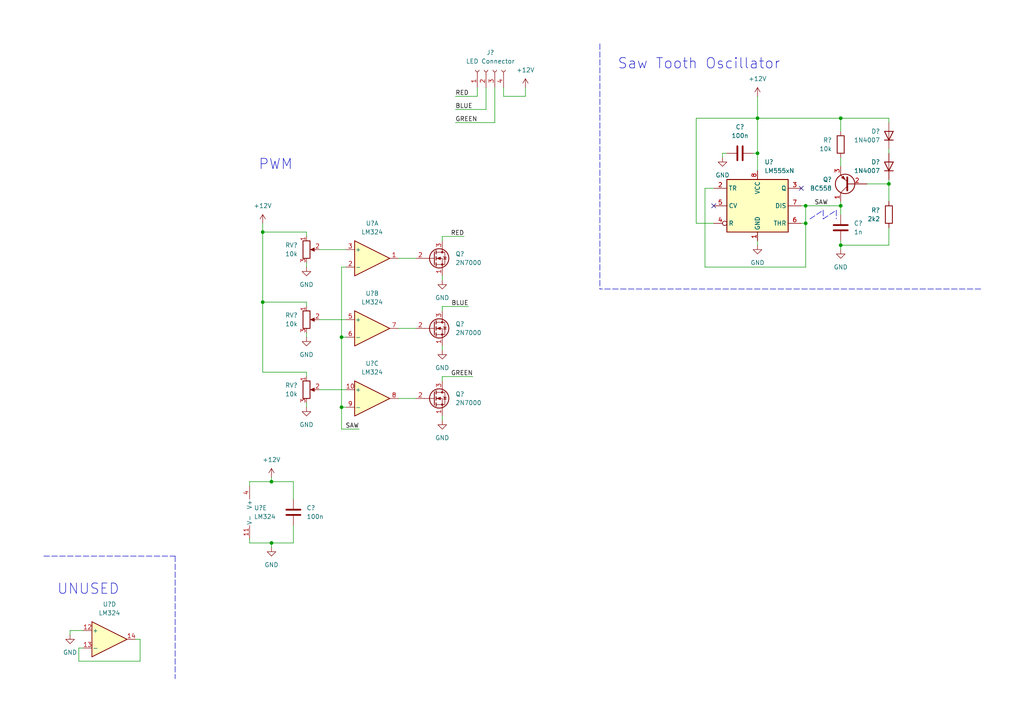
<source format=kicad_sch>
(kicad_sch (version 20211123) (generator eeschema)
  (paper "A4")
  (title_block (title "Analogue RGB LED Driver") (rev "V1"))
  (lib_symbols
    (symbol "Amplifier_Operational:LM324" (pin_names (offset 0.127))
      (property "Reference" "U" (at 0 5.08 0))
      (property "Value" "LM324" (at 0 -5.08 0))
      (symbol "LM324_1_1"
        (polyline (pts (xy -5.08 5.08) (xy 5.08 0) (xy -5.08 -5.08) (xy -5.08 5.08)) (stroke (width 0.254)) (fill (type background)))
        (pin output line (at 7.62 0 180) (length 2.54) (name "~") (number "1"))
        (pin input line (at -7.62 -2.54 0) (length 2.54) (name "-") (number "2"))
        (pin input line (at -7.62 2.54 0) (length 2.54) (name "+") (number "3"))
      )
      (symbol "LM324_2_1"
        (polyline (pts (xy -5.08 5.08) (xy 5.08 0) (xy -5.08 -5.08) (xy -5.08 5.08)) (stroke (width 0.254)) (fill (type background)))
        (pin input line (at -7.62 2.54 0) (length 2.54) (name "+") (number "5"))
        (pin input line (at -7.62 -2.54 0) (length 2.54) (name "-") (number "6"))
        (pin output line (at 7.62 0 180) (length 2.54) (name "~") (number "7"))
      )
      (symbol "LM324_3_1"
        (polyline (pts (xy -5.08 5.08) (xy 5.08 0) (xy -5.08 -5.08) (xy -5.08 5.08)) (stroke (width 0.254)) (fill (type background)))
        (pin input line (at -7.62 2.54 0) (length 2.54) (name "+") (number "10"))
        (pin output line (at 7.62 0 180) (length 2.54) (name "~") (number "8"))
        (pin input line (at -7.62 -2.54 0) (length 2.54) (name "-") (number "9"))
      )
      (symbol "LM324_4_1"
        (polyline (pts (xy -5.08 5.08) (xy 5.08 0) (xy -5.08 -5.08) (xy -5.08 5.08)) (stroke (width 0.254)) (fill (type background)))
        (pin input line (at -7.62 2.54 0) (length 2.54) (name "+") (number "12"))
        (pin input line (at -7.62 -2.54 0) (length 2.54) (name "-") (number "13"))
        (pin output line (at 7.62 0 180) (length 2.54) (name "~") (number "14"))
      )
      (symbol "LM324_5_1"
        (pin power_in line (at -2.54 -7.62 90) (length 3.81) (name "V-") (number "11"))
        (pin power_in line (at -2.54 7.62 270) (length 3.81) (name "V+") (number "4"))
      )
    )
    (symbol "Connector:Conn_01x04_Female" (pin_names (offset 1.016) hide)
      (property "Reference" "J" (at 0 5.08 0))
      (property "Value" "Conn_01x04_Female" (at 0 -7.62 0))
      (symbol "Conn_01x04_Female_1_1"
        (arc (start 0 -4.572) (mid -0.508 -5.08) (end 0 -5.588) (stroke (width 0.1524)))
        (arc (start 0 -2.032) (mid -0.508 -2.54) (end 0 -3.048) (stroke (width 0.1524)))
        (polyline (pts (xy -1.27 -5.08) (xy -0.508 -5.08)) (stroke (width 0.1524)))
        (polyline (pts (xy -1.27 -2.54) (xy -0.508 -2.54)) (stroke (width 0.1524)))
        (polyline (pts (xy -1.27 0) (xy -0.508 0)) (stroke (width 0.1524)))
        (polyline (pts (xy -1.27 2.54) (xy -0.508 2.54)) (stroke (width 0.1524)))
        (arc (start 0 0.508) (mid -0.508 0) (end 0 -0.508) (stroke (width 0.1524)))
        (arc (start 0 3.048) (mid -0.508 2.54) (end 0 2.032) (stroke (width 0.1524)))
        (pin passive line (at -5.08 2.54 0) (length 3.81) (name "Pin_1") (number "1"))
        (pin passive line (at -5.08 0 0) (length 3.81) (name "Pin_2") (number "2"))
        (pin passive line (at -5.08 -2.54 0) (length 3.81) (name "Pin_3") (number "3"))
        (pin passive line (at -5.08 -5.08 0) (length 3.81) (name "Pin_4") (number "4"))
      )
    )
    (symbol "Device:C" (pin_numbers hide) (pin_names (offset 0.254))
      (property "Reference" "C" (at 0.635 2.54 0))
      (property "Value" "C" (at 0.635 -2.54 0))
      (symbol "C_0_1"
        (polyline (pts (xy -2.032 -0.762) (xy 2.032 -0.762)) (stroke (width 0.508)))
        (polyline (pts (xy -2.032 0.762) (xy 2.032 0.762)) (stroke (width 0.508)))
      )
      (symbol "C_1_1"
        (pin passive line (at 0 3.81 270) (length 2.794) (name "~") (number "1"))
        (pin passive line (at 0 -3.81 90) (length 2.794) (name "~") (number "2"))
      )
    )
    (symbol "Device:R" (pin_numbers hide) (pin_names (offset 0))
      (property "Reference" "R" (at 2.032 0 90))
      (property "Value" "R" (at 0 0 90))
      (symbol "R_0_1"
        (rectangle (start -1.016 -2.54) (end 1.016 2.54) (stroke (width 0.254)))
      )
      (symbol "R_1_1"
        (pin passive line (at 0 3.81 270) (length 1.27) (name "~") (number "1"))
        (pin passive line (at 0 -3.81 90) (length 1.27) (name "~") (number "2"))
      )
    )
    (symbol "Device:R_Potentiometer" (pin_names (offset 1.016) hide)
      (property "Reference" "RV" (at -4.445 0 90))
      (property "Value" "R_Potentiometer" (at -2.54 0 90))
      (symbol "R_Potentiometer_0_1"
        (polyline (pts (xy 2.54 0) (xy 1.524 0)))
        (polyline (pts (xy 1.143 0) (xy 2.286 0.508) (xy 2.286 -0.508) (xy 1.143 0)) (fill (type outline)))
        (rectangle (start 1.016 2.54) (end -1.016 -2.54) (stroke (width 0.254)))
      )
      (symbol "R_Potentiometer_1_1"
        (pin passive line (at 0 3.81 270) (length 1.27) (name "1") (number "1"))
        (pin passive line (at 3.81 0 180) (length 1.27) (name "2") (number "2"))
        (pin passive line (at 0 -3.81 90) (length 1.27) (name "3") (number "3"))
      )
    )
    (symbol "Diode:1N4007" (pin_numbers hide) (pin_names (offset 1.016) hide)
      (property "Reference" "D" (at 0 2.54 0))
      (property "Value" "1N4007" (at 0 -2.54 0))
      (symbol "1N4007_0_1"
        (polyline (pts (xy -1.27 1.27) (xy -1.27 -1.27)) (stroke (width 0.254)))
        (polyline (pts (xy 1.27 0) (xy -1.27 0)))
        (polyline (pts (xy 1.27 1.27) (xy 1.27 -1.27) (xy -1.27 0) (xy 1.27 1.27)) (stroke (width 0.254)))
      )
      (symbol "1N4007_1_1"
        (pin passive line (at -3.81 0 0) (length 2.54) (name "K") (number "1"))
        (pin passive line (at 3.81 0 180) (length 2.54) (name "A") (number "2"))
      )
    )
    (symbol "Timer:LM555xN"
      (property "Reference" "U" (at -10.16 8.89 0))
      (property "Value" "LM555xN" (at 2.54 8.89 0))
      (symbol "LM555xN_0_0"
        (pin power_in line (at 0 -10.16 90) (length 2.54) (name "GND") (number "1"))
        (pin power_in line (at 0 10.16 270) (length 2.54) (name "VCC") (number "8"))
      )
      (symbol "LM555xN_0_1"
        (rectangle (start -8.89 -7.62) (end 8.89 7.62) (stroke (width 0.254)) (fill (type background)))
        (rectangle (start -8.89 -7.62) (end 8.89 7.62) (stroke (width 0.254)) (fill (type background)))
      )
      (symbol "LM555xN_1_1"
        (pin input line (at -12.7 5.08 0) (length 3.81) (name "TR") (number "2"))
        (pin output line (at 12.7 5.08 180) (length 3.81) (name "Q") (number "3"))
        (pin input inverted (at -12.7 -5.08 0) (length 3.81) (name "R") (number "4"))
        (pin input line (at -12.7 0 0) (length 3.81) (name "CV") (number "5"))
        (pin input line (at 12.7 -5.08 180) (length 3.81) (name "THR") (number "6"))
        (pin input line (at 12.7 0 180) (length 3.81) (name "DIS") (number "7"))
      )
    )
    (symbol "Transistor_BJT:BC558" (pin_names (offset 0) hide)
      (property "Reference" "Q" (at 5.08 1.905 0))
      (property "Value" "BC558" (at 5.08 0 0))
      (symbol "BC558_0_1"
        (polyline (pts (xy 0.635 0.635) (xy 2.54 2.54)))
        (polyline (pts (xy 0.635 -0.635) (xy 2.54 -2.54) (xy 2.54 -2.54)))
        (polyline (pts (xy 0.635 1.905) (xy 0.635 -1.905) (xy 0.635 -1.905)) (stroke (width 0.508)))
        (polyline (pts (xy 2.286 -1.778) (xy 1.778 -2.286) (xy 1.27 -1.27) (xy 2.286 -1.778) (xy 2.286 -1.778)) (fill (type outline)))
        (circle (center 1.27 0) (radius 2.8194) (stroke (width 0.254)))
      )
      (symbol "BC558_1_1"
        (pin passive line (at 2.54 5.08 270) (length 2.54) (name "C") (number "1"))
        (pin input line (at -5.08 0 0) (length 5.715) (name "B") (number "2"))
        (pin passive line (at 2.54 -5.08 90) (length 2.54) (name "E") (number "3"))
      )
    )
    (symbol "Transistor_FET:2N7000" (pin_names hide)
      (property "Reference" "Q" (at 5.08 1.905 0))
      (property "Value" "2N7000" (at 5.08 0 0))
      (symbol "2N7000_0_1"
        (polyline (pts (xy 0.254 0) (xy -2.54 0)))
        (polyline (pts (xy 0.254 1.905) (xy 0.254 -1.905)) (stroke (width 0.254)))
        (polyline (pts (xy 0.762 -1.27) (xy 0.762 -2.286)) (stroke (width 0.254)))
        (polyline (pts (xy 0.762 0.508) (xy 0.762 -0.508)) (stroke (width 0.254)))
        (polyline (pts (xy 0.762 2.286) (xy 0.762 1.27)) (stroke (width 0.254)))
        (polyline (pts (xy 2.54 2.54) (xy 2.54 1.778)))
        (polyline (pts (xy 2.54 -2.54) (xy 2.54 0) (xy 0.762 0)))
        (polyline (pts (xy 0.762 -1.778) (xy 3.302 -1.778) (xy 3.302 1.778) (xy 0.762 1.778)))
        (polyline (pts (xy 1.016 0) (xy 2.032 0.381) (xy 2.032 -0.381) (xy 1.016 0)) (fill (type outline)))
        (polyline (pts (xy 2.794 0.508) (xy 2.921 0.381) (xy 3.683 0.381) (xy 3.81 0.254)))
        (polyline (pts (xy 3.302 0.381) (xy 2.921 -0.254) (xy 3.683 -0.254) (xy 3.302 0.381)))
        (circle (center 1.651 0) (radius 2.794) (stroke (width 0.254)))
        (circle (center 2.54 -1.778) (radius 0.254) (fill (type outline)))
        (circle (center 2.54 1.778) (radius 0.254) (fill (type outline)))
      )
      (symbol "2N7000_1_1"
        (pin passive line (at 2.54 -5.08 90) (length 2.54) (name "S") (number "1"))
        (pin input line (at -5.08 0 0) (length 2.54) (name "G") (number "2"))
        (pin passive line (at 2.54 5.08 270) (length 2.54) (name "D") (number "3"))
      )
    )
    (symbol "power:+12V" (power) (pin_names (offset 0))
      (property "Value" "+12V" (at 0 3.556 0))
      (symbol "+12V_0_1"
        (polyline (pts (xy -0.762 1.27) (xy 0 2.54)))
        (polyline (pts (xy 0 0) (xy 0 2.54)))
        (polyline (pts (xy 0 2.54) (xy 0.762 1.27)))
      )
      (symbol "+12V_1_1"
        (pin power_in line (at 0 0 90) (length 0) hide (name "+12V") (number "1"))
      )
    )
    (symbol "power:GND" (power) (pin_names (offset 0))
      (property "Value" "GND" (at 0 -3.81 0))
      (symbol "GND_0_1"
        (polyline (pts (xy 0 0) (xy 0 -1.27) (xy 1.27 -1.27) (xy 0 -2.54) (xy -1.27 -1.27) (xy 0 -1.27)))
      )
      (symbol "GND_1_1"
        (pin power_in line (at 0 0 270) (length 0) hide (name "GND") (number "1"))
      )
    )
  )
  (junction (at 219.71 44.45))
  (junction (at 78.74 157.48))
  (junction (at 78.74 139.7))
  (junction (at 76.2 67.31))
  (junction (at 99.06 118.11))
  (junction (at 257.81 53.34))
  (junction (at 243.84 71.12))
  (junction (at 243.84 59.69))
  (junction (at 233.68 64.77))
  (junction (at 243.84 34.29))
  (junction (at 219.71 34.29))
  (junction (at 233.68 59.69))
  (junction (at 99.06 97.79))
  (junction (at 76.2 87.63))
  (no_connect (at 207.01 59.69))
  (no_connect (at 232.41 54.61))
  (wire (pts (xy 128.27 109.22) (xy 128.27 110.49)))
  (polyline (pts (xy 234.95 63.5) (xy 238.76 60.96)))
  (wire (pts (xy 243.84 59.69) (xy 243.84 62.23)))
  (wire (pts (xy 128.27 80.01) (xy 128.27 81.28)))
  (wire (pts (xy 257.81 66.04) (xy 257.81 71.12)))
  (wire (pts (xy 92.71 113.03) (xy 100.33 113.03)))
  (polyline (pts (xy 284.48 83.82) (xy 173.99 83.82)))
  (wire (pts (xy 72.39 156.21) (xy 72.39 157.48)))
  (wire (pts (xy 128.27 120.65) (xy 128.27 121.92)))
  (wire (pts (xy 257.81 52.07) (xy 257.81 53.34)))
  (wire (pts (xy 132.08 31.75) (xy 140.97 31.75)))
  (wire (pts (xy 128.27 88.9) (xy 135.89 88.9)))
  (wire (pts (xy 99.06 118.11) (xy 99.06 97.79)))
  (wire (pts (xy 115.57 115.57) (xy 120.65 115.57)))
  (wire (pts (xy 88.9 77.47) (xy 88.9 76.2)))
  (wire (pts (xy 76.2 64.77) (xy 76.2 67.31)))
  (wire (pts (xy 201.93 64.77) (xy 201.93 34.29)))
  (wire (pts (xy 115.57 74.93) (xy 120.65 74.93)))
  (wire (pts (xy 22.86 191.77) (xy 40.64 191.77)))
  (wire (pts (xy 219.71 69.85) (xy 219.71 71.12)))
  (wire (pts (xy 20.32 182.88) (xy 20.32 184.15)))
  (wire (pts (xy 219.71 34.29) (xy 219.71 44.45)))
  (wire (pts (xy 257.81 43.18) (xy 257.81 44.45)))
  (polyline (pts (xy 173.99 12.7) (xy 173.99 83.82)))
  (wire (pts (xy 88.9 67.31) (xy 76.2 67.31)))
  (wire (pts (xy 257.81 53.34) (xy 257.81 58.42)))
  (wire (pts (xy 219.71 27.94) (xy 219.71 34.29)))
  (wire (pts (xy 88.9 68.58) (xy 88.9 67.31)))
  (polyline (pts (xy 242.57 60.96) (xy 242.57 63.5)))
  (wire (pts (xy 233.68 77.47) (xy 204.47 77.47)))
  (wire (pts (xy 78.74 139.7) (xy 72.39 139.7)))
  (wire (pts (xy 233.68 59.69) (xy 233.68 64.77)))
  (wire (pts (xy 233.68 64.77) (xy 232.41 64.77)))
  (wire (pts (xy 152.4 27.94) (xy 152.4 25.4)))
  (wire (pts (xy 88.9 116.84) (xy 88.9 118.11)))
  (wire (pts (xy 76.2 87.63) (xy 76.2 107.95)))
  (wire (pts (xy 78.74 138.43) (xy 78.74 139.7)))
  (wire (pts (xy 99.06 97.79) (xy 100.33 97.79)))
  (polyline (pts (xy 50.8 161.29) (xy 50.8 196.85)))
  (wire (pts (xy 201.93 34.29) (xy 219.71 34.29)))
  (wire (pts (xy 78.74 157.48) (xy 78.74 158.75)))
  (wire (pts (xy 243.84 45.72) (xy 243.84 48.26)))
  (wire (pts (xy 134.62 68.58) (xy 128.27 68.58)))
  (wire (pts (xy 22.86 187.96) (xy 22.86 191.77)))
  (wire (pts (xy 243.84 34.29) (xy 243.84 38.1)))
  (wire (pts (xy 99.06 77.47) (xy 99.06 97.79)))
  (wire (pts (xy 88.9 107.95) (xy 76.2 107.95)))
  (wire (pts (xy 257.81 71.12) (xy 243.84 71.12)))
  (wire (pts (xy 233.68 64.77) (xy 233.68 77.47)))
  (wire (pts (xy 218.44 44.45) (xy 219.71 44.45)))
  (wire (pts (xy 128.27 109.22) (xy 137.16 109.22)))
  (wire (pts (xy 207.01 54.61) (xy 204.47 54.61)))
  (wire (pts (xy 146.05 27.94) (xy 152.4 27.94)))
  (wire (pts (xy 232.41 59.69) (xy 233.68 59.69)))
  (wire (pts (xy 100.33 118.11) (xy 99.06 118.11)))
  (wire (pts (xy 72.39 157.48) (xy 78.74 157.48)))
  (wire (pts (xy 128.27 88.9) (xy 128.27 90.17)))
  (wire (pts (xy 40.64 191.77) (xy 40.64 185.42)))
  (wire (pts (xy 24.13 182.88) (xy 20.32 182.88)))
  (wire (pts (xy 233.68 59.69) (xy 243.84 59.69)))
  (wire (pts (xy 92.71 92.71) (xy 100.33 92.71)))
  (wire (pts (xy 243.84 69.85) (xy 243.84 71.12)))
  (wire (pts (xy 132.08 35.56) (xy 143.51 35.56)))
  (wire (pts (xy 99.06 77.47) (xy 100.33 77.47)))
  (polyline (pts (xy 12.7 161.29) (xy 50.8 161.29)))
  (wire (pts (xy 128.27 68.58) (xy 128.27 69.85)))
  (wire (pts (xy 85.09 144.78) (xy 85.09 139.7)))
  (wire (pts (xy 138.43 25.4) (xy 138.43 27.94)))
  (wire (pts (xy 39.37 185.42) (xy 40.64 185.42)))
  (wire (pts (xy 72.39 139.7) (xy 72.39 140.97)))
  (wire (pts (xy 209.55 44.45) (xy 209.55 45.72)))
  (wire (pts (xy 92.71 72.39) (xy 100.33 72.39)))
  (wire (pts (xy 88.9 87.63) (xy 76.2 87.63)))
  (wire (pts (xy 76.2 67.31) (xy 76.2 87.63)))
  (wire (pts (xy 78.74 157.48) (xy 85.09 157.48)))
  (wire (pts (xy 88.9 96.52) (xy 88.9 97.79)))
  (wire (pts (xy 251.46 53.34) (xy 257.81 53.34)))
  (wire (pts (xy 99.06 124.46) (xy 104.14 124.46)))
  (wire (pts (xy 257.81 34.29) (xy 243.84 34.29)))
  (polyline (pts (xy 238.76 60.96) (xy 238.76 63.5)))
  (wire (pts (xy 207.01 64.77) (xy 201.93 64.77)))
  (wire (pts (xy 140.97 31.75) (xy 140.97 25.4)))
  (wire (pts (xy 99.06 118.11) (xy 99.06 124.46)))
  (wire (pts (xy 243.84 58.42) (xy 243.84 59.69)))
  (wire (pts (xy 146.05 25.4) (xy 146.05 27.94)))
  (wire (pts (xy 85.09 139.7) (xy 78.74 139.7)))
  (wire (pts (xy 128.27 100.33) (xy 128.27 101.6)))
  (wire (pts (xy 143.51 35.56) (xy 143.51 25.4)))
  (wire (pts (xy 210.82 44.45) (xy 209.55 44.45)))
  (wire (pts (xy 115.57 95.25) (xy 120.65 95.25)))
  (polyline (pts (xy 238.76 63.5) (xy 242.57 60.96)))
  (wire (pts (xy 88.9 88.9) (xy 88.9 87.63)))
  (wire (pts (xy 24.13 187.96) (xy 22.86 187.96)))
  (wire (pts (xy 88.9 109.22) (xy 88.9 107.95)))
  (wire (pts (xy 85.09 157.48) (xy 85.09 152.4)))
  (wire (pts (xy 219.71 44.45) (xy 219.71 49.53)))
  (wire (pts (xy 219.71 34.29) (xy 243.84 34.29)))
  (wire (pts (xy 138.43 27.94) (xy 132.08 27.94)))
  (wire (pts (xy 257.81 35.56) (xy 257.81 34.29)))
  (wire (pts (xy 204.47 77.47) (xy 204.47 54.61)))
  (wire (pts (xy 243.84 72.39) (xy 243.84 71.12)))
  (text "Saw Tooth Oscillator " (at 179.07 20.32 0) (effects (font (size 3 3)) (justify left bottom)))
  (text "PWM " (at 74.93 49.53 0) (effects (font (size 3 3)) (justify left bottom)))
  (text "UNUSED" (at 16.51 172.72 0) (effects (font (size 3 3)) (justify left bottom)))
  (label "SAW" (at 104.14 124.46 180))
  (label "RED" (at 132.08 27.94 0))
  (label "GREEN" (at 132.08 35.56 0))
  (label "BLUE" (at 132.08 31.75 0))
  (label "SAW" (at 236.22 59.69 0))
  (label "RED" (at 134.62 68.58 180))
  (label "BLUE" (at 135.89 88.9 180))
  (label "GREEN" (at 137.16 109.22 180))
  (symbol (lib_id "power:GND") (at 128.27 121.92 0) (unit 1)
    (property "Reference" "#PWR?" (effects hide))
    (property "Value" "GND" (at 128.27 127 0))
  )
  (symbol (lib_id "power:GND") (at 88.9 77.47 0) (unit 1)
    (property "Reference" "#PWR?" (effects hide))
    (property "Value" "GND" (at 88.9 82.55 0))
  )
  (symbol (lib_id "Device:R_Potentiometer") (at 88.9 92.71 0) (unit 1)
    (property "Reference" "RV?" (at 86.36 91.4399 0) (effects (justify right)))
    (property "Value" "10k" (at 86.36 93.9799 0) (effects (justify right)))
  )
  (symbol (lib_id "Transistor_FET:2N7000") (at 125.73 74.93 0) (unit 1)
    (property "Reference" "Q?" (at 132.08 73.6599 0) (effects (justify left)))
    (property "Value" "2N7000" (at 132.08 76.1999 0) (effects (justify left)))
    (property "Footprint" "Package_TO_SOT_THT:TO-92_Inline" (effects hide))
    (property "Datasheet" "https://www.vishay.com/docs/70226/70226.pdf" (effects hide))
  )
  (symbol (lib_id "Amplifier_Operational:LM324") (at 74.93 148.59 0) (unit 5)
    (property "Reference" "U?" (at 73.66 147.3199 0) (effects (justify left)))
    (property "Value" "LM324" (at 73.66 149.8599 0) (effects (justify left)))
    (property "Datasheet" "http://www.ti.com/lit/ds/symlink/lm2902-n.pdf" (effects hide))
  )
  (symbol (lib_id "power:GND") (at 88.9 97.79 0) (unit 1)
    (property "Reference" "#PWR?" (effects hide))
    (property "Value" "GND" (at 88.9 102.87 0))
  )
  (symbol (lib_id "power:GND") (at 219.71 71.12 0) (unit 1)
    (property "Reference" "#PWR?" (effects hide))
    (property "Value" "GND" (at 219.71 76.2 0))
  )
  (symbol (lib_id "Transistor_BJT:BC558") (at 246.38 53.34 180) (unit 1)
    (property "Reference" "Q?" (at 241.3 52.0699 0) (effects (justify left)))
    (property "Value" "BC558" (at 241.3 54.6099 0) (effects (justify left)))
    (property "Footprint" "Package_TO_SOT_THT:TO-92_Inline" (effects hide))
    (property "Datasheet" "https://www.onsemi.com/pub/Collateral/BC556BTA-D.pdf" (effects hide))
  )
  (symbol (lib_id "Timer:LM555xN") (at 219.71 59.69 0) (unit 1)
    (property "Reference" "U?" (at 221.7294 46.99 0) (effects (justify left)))
    (property "Value" "LM555xN" (at 221.7294 49.53 0) (effects (justify left)))
    (property "Footprint" "Package_DIP:DIP-8_W7.62mm" (effects hide))
    (property "Datasheet" "http://www.ti.com/lit/ds/symlink/lm555.pdf" (effects hide))
  )
  (symbol (lib_id "power:GND") (at 88.9 118.11 0) (unit 1)
    (property "Reference" "#PWR?" (effects hide))
    (property "Value" "GND" (at 88.9 123.19 0))
  )
  (symbol (lib_id "Amplifier_Operational:LM324") (at 107.95 95.25 0) (unit 2)
    (property "Reference" "U?" (at 107.95 85.09 0))
    (property "Value" "LM324" (at 107.95 87.63 0))
    (property "Datasheet" "http://www.ti.com/lit/ds/symlink/lm2902-n.pdf" (effects hide))
  )
  (symbol (lib_id "Device:R") (at 243.84 41.91 0) (mirror y) (unit 1)
    (property "Reference" "R?" (at 241.3 40.6399 0) (effects (justify left)))
    (property "Value" "10k" (at 241.3 43.1799 0) (effects (justify left)))
  )
  (symbol (lib_id "Connector:Conn_01x04_Female") (at 140.97 20.32 90) (unit 1)
    (property "Reference" "J?" (at 142.24 15.24 90))
    (property "Value" "LED Connector" (at 142.24 17.78 90))
  )
  (symbol (lib_id "Device:R_Potentiometer") (at 88.9 113.03 0) (unit 1)
    (property "Reference" "RV?" (at 86.36 111.7599 0) (effects (justify right)))
    (property "Value" "10k" (at 86.36 114.2999 0) (effects (justify right)))
  )
  (symbol (lib_id "Device:C") (at 214.63 44.45 90) (unit 1)
    (property "Reference" "C?" (at 214.63 36.83 90))
    (property "Value" "100n" (at 214.63 39.37 90))
  )
  (symbol (lib_id "Device:R") (at 257.81 62.23 0) (mirror y) (unit 1)
    (property "Reference" "R?" (at 255.27 60.9599 0) (effects (justify left)))
    (property "Value" "2k2" (at 255.27 63.4999 0) (effects (justify left)))
  )
  (symbol (lib_id "Diode:1N4007") (at 257.81 48.26 270) (mirror x) (unit 1)
    (property "Reference" "D?" (at 255.27 46.9899 90) (effects (justify right)))
    (property "Value" "1N4007" (at 255.27 49.5299 90) (effects (justify right)))
    (property "Footprint" "Diode_THT:D_DO-41_SOD81_P10.16mm_Horizontal" (effects hide))
    (property "Datasheet" "http://www.vishay.com/docs/88503/1n4001.pdf" (effects hide))
  )
  (symbol (lib_id "Transistor_FET:2N7000") (at 125.73 115.57 0) (unit 1)
    (property "Reference" "Q?" (at 132.08 114.2999 0) (effects (justify left)))
    (property "Value" "2N7000" (at 132.08 116.8399 0) (effects (justify left)))
    (property "Footprint" "Package_TO_SOT_THT:TO-92_Inline" (effects hide))
    (property "Datasheet" "https://www.vishay.com/docs/70226/70226.pdf" (effects hide))
  )
  (symbol (lib_id "power:+12V") (at 152.4 25.4 0) (unit 1)
    (property "Reference" "#PWR?" (effects hide))
    (property "Value" "+12V" (at 152.4 20.32 0))
  )
  (symbol (lib_id "power:GND") (at 78.74 158.75 0) (unit 1)
    (property "Reference" "#PWR?" (effects hide))
    (property "Value" "GND" (at 78.74 163.83 0))
  )
  (symbol (lib_id "Amplifier_Operational:LM324") (at 107.95 74.93 0) (unit 1)
    (property "Reference" "U?" (at 107.95 64.77 0))
    (property "Value" "LM324" (at 107.95 67.31 0))
    (property "Datasheet" "http://www.ti.com/lit/ds/symlink/lm2902-n.pdf" (effects hide))
  )
  (symbol (lib_id "Diode:1N4007") (at 257.81 39.37 270) (mirror x) (unit 1)
    (property "Reference" "D?" (at 255.27 38.0999 90) (effects (justify right)))
    (property "Value" "1N4007" (at 255.27 40.6399 90) (effects (justify right)))
    (property "Footprint" "Diode_THT:D_DO-41_SOD81_P10.16mm_Horizontal" (effects hide))
    (property "Datasheet" "http://www.vishay.com/docs/88503/1n4001.pdf" (effects hide))
  )
  (symbol (lib_id "Device:C") (at 243.84 66.04 0) (unit 1)
    (property "Reference" "C?" (at 247.65 64.7699 0) (effects (justify left)))
    (property "Value" "1n" (at 247.65 67.3099 0) (effects (justify left)))
  )
  (symbol (lib_id "power:+12V") (at 76.2 64.77 0) (unit 1)
    (property "Reference" "#PWR?" (effects hide))
    (property "Value" "+12V" (at 76.2 59.69 0))
  )
  (symbol (lib_id "Device:C") (at 85.09 148.59 0) (unit 1)
    (property "Reference" "C?" (at 88.9 147.3199 0) (effects (justify left)))
    (property "Value" "100n" (at 88.9 149.8599 0) (effects (justify left)))
  )
  (symbol (lib_id "Device:R_Potentiometer") (at 88.9 72.39 0) (unit 1)
    (property "Reference" "RV?" (at 86.36 71.1199 0) (effects (justify right)))
    (property "Value" "10k" (at 86.36 73.6599 0) (effects (justify right)))
  )
  (symbol (lib_id "Transistor_FET:2N7000") (at 125.73 95.25 0) (unit 1)
    (property "Reference" "Q?" (at 132.08 93.9799 0) (effects (justify left)))
    (property "Value" "2N7000" (at 132.08 96.5199 0) (effects (justify left)))
    (property "Footprint" "Package_TO_SOT_THT:TO-92_Inline" (effects hide))
    (property "Datasheet" "https://www.vishay.com/docs/70226/70226.pdf" (effects hide))
  )
  (symbol (lib_id "power:GND") (at 128.27 81.28 0) (unit 1)
    (property "Reference" "#PWR?" (effects hide))
    (property "Value" "GND" (at 128.27 86.36 0))
  )
  (symbol (lib_id "Amplifier_Operational:LM324") (at 31.75 185.42 0) (unit 4)
    (property "Reference" "U?" (at 31.75 175.26 0))
    (property "Value" "LM324" (at 31.75 177.8 0))
    (property "Datasheet" "http://www.ti.com/lit/ds/symlink/lm2902-n.pdf" (effects hide))
  )
  (symbol (lib_id "power:GND") (at 243.84 72.39 0) (unit 1)
    (property "Reference" "#PWR?" (effects hide))
    (property "Value" "GND" (at 243.84 77.47 0))
  )
  (symbol (lib_id "power:+12V") (at 78.74 138.43 0) (unit 1)
    (property "Reference" "#PWR?" (effects hide))
    (property "Value" "+12V" (at 78.74 133.35 0))
  )
  (symbol (lib_id "power:GND") (at 128.27 101.6 0) (unit 1)
    (property "Reference" "#PWR?" (effects hide))
    (property "Value" "GND" (at 128.27 106.68 0))
  )
  (symbol (lib_id "Amplifier_Operational:LM324") (at 107.95 115.57 0) (unit 3)
    (property "Reference" "U?" (at 107.95 105.41 0))
    (property "Value" "LM324" (at 107.95 107.95 0))
    (property "Datasheet" "http://www.ti.com/lit/ds/symlink/lm2902-n.pdf" (effects hide))
  )
  (symbol (lib_id "power:GND") (at 20.32 184.15 0) (unit 1)
    (property "Reference" "#PWR?" (effects hide))
    (property "Value" "GND" (at 20.32 189.23 0))
  )
  (symbol (lib_id "power:GND") (at 209.55 45.72 0) (unit 1)
    (property "Reference" "#PWR?" (effects hide))
    (property "Value" "GND" (at 209.55 50.8 0))
  )
  (symbol (lib_id "power:+12V") (at 219.71 27.94 0) (unit 1)
    (property "Reference" "#PWR?" (effects hide))
    (property "Value" "+12V" (at 219.71 22.86 0))
  )
)
</source>
